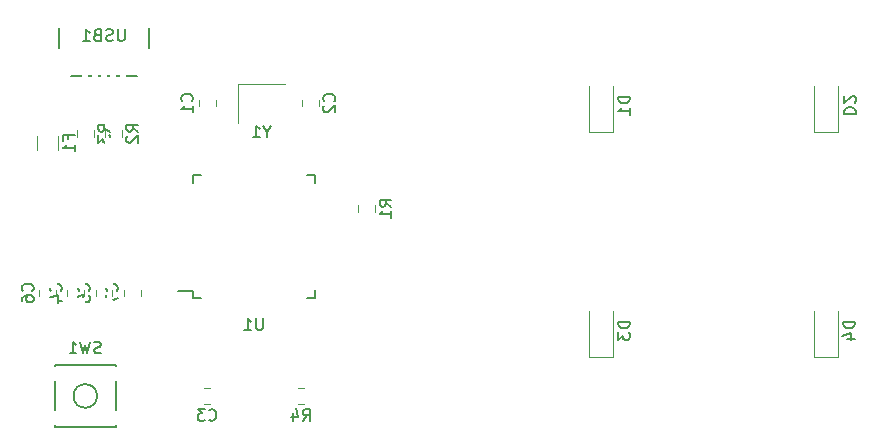
<source format=gbo>
G04 #@! TF.GenerationSoftware,KiCad,Pcbnew,(5.1.4)-1*
G04 #@! TF.CreationDate,2020-09-25T18:06:27-04:00*
G04 #@! TF.ProjectId,2x2 micro pad,32783220-6d69-4637-926f-207061642e6b,rev?*
G04 #@! TF.SameCoordinates,Original*
G04 #@! TF.FileFunction,Legend,Bot*
G04 #@! TF.FilePolarity,Positive*
%FSLAX46Y46*%
G04 Gerber Fmt 4.6, Leading zero omitted, Abs format (unit mm)*
G04 Created by KiCad (PCBNEW (5.1.4)-1) date 2020-09-25 18:06:27*
%MOMM*%
%LPD*%
G04 APERTURE LIST*
%ADD10C,0.120000*%
%ADD11C,0.150000*%
%ADD12C,2.352000*%
%ADD13C,2.352000*%
%ADD14C,4.089800*%
%ADD15C,1.852000*%
%ADD16R,1.502000X1.302000*%
%ADD17O,1.802000X2.802000*%
%ADD18R,0.602000X2.352000*%
%ADD19R,1.602000X0.652000*%
%ADD20R,0.652000X1.602000*%
%ADD21R,1.902000X1.202000*%
%ADD22C,0.100000*%
%ADD23C,1.077000*%
%ADD24C,1.352000*%
%ADD25R,1.302000X1.002000*%
G04 APERTURE END LIST*
D10*
X185153550Y-63253350D02*
X189153550Y-63253350D01*
X185153550Y-66553350D02*
X185153550Y-63253350D01*
D11*
X169981250Y-57150000D02*
X169981250Y-62600000D01*
X177681250Y-57150000D02*
X177681250Y-62600000D01*
X169981250Y-62600000D02*
X177681250Y-62600000D01*
X181356250Y-81375000D02*
X181356250Y-80800000D01*
X191706250Y-81375000D02*
X191706250Y-80700000D01*
X191706250Y-71025000D02*
X191706250Y-71700000D01*
X181356250Y-71025000D02*
X181356250Y-71700000D01*
X181356250Y-81375000D02*
X182031250Y-81375000D01*
X181356250Y-71025000D02*
X182031250Y-71025000D01*
X191706250Y-71025000D02*
X191031250Y-71025000D01*
X191706250Y-81375000D02*
X191031250Y-81375000D01*
X181356250Y-80800000D02*
X180081250Y-80800000D01*
X169643750Y-92293750D02*
X174843750Y-92293750D01*
X174843750Y-92293750D02*
X174843750Y-87093750D01*
X174843750Y-87093750D02*
X169643750Y-87093750D01*
X169643750Y-87093750D02*
X169643750Y-92293750D01*
X173243750Y-89693750D02*
G75*
G03X173243750Y-89693750I-1000000J0D01*
G01*
D10*
X190241422Y-88983750D02*
X190758578Y-88983750D01*
X190241422Y-90403750D02*
X190758578Y-90403750D01*
X171533750Y-67727328D02*
X171533750Y-67210172D01*
X172953750Y-67727328D02*
X172953750Y-67210172D01*
X173915000Y-67727328D02*
X173915000Y-67210172D01*
X175335000Y-67727328D02*
X175335000Y-67210172D01*
X195346250Y-74077328D02*
X195346250Y-73560172D01*
X196766250Y-74077328D02*
X196766250Y-73560172D01*
X168158750Y-68864564D02*
X168158750Y-67660436D01*
X169978750Y-68864564D02*
X169978750Y-67660436D01*
X235950000Y-86387500D02*
X235950000Y-82487500D01*
X233950000Y-86387500D02*
X233950000Y-82487500D01*
X235950000Y-86387500D02*
X233950000Y-86387500D01*
X216900000Y-86387500D02*
X216900000Y-82487500D01*
X214900000Y-86387500D02*
X214900000Y-82487500D01*
X216900000Y-86387500D02*
X214900000Y-86387500D01*
X235950000Y-67337500D02*
X235950000Y-63437500D01*
X233950000Y-67337500D02*
X233950000Y-63437500D01*
X235950000Y-67337500D02*
X233950000Y-67337500D01*
X216900000Y-67337500D02*
X216900000Y-63437500D01*
X214900000Y-67337500D02*
X214900000Y-63437500D01*
X216900000Y-67337500D02*
X214900000Y-67337500D01*
X176922500Y-80703922D02*
X176922500Y-81221078D01*
X175502500Y-80703922D02*
X175502500Y-81221078D01*
X169778750Y-80703922D02*
X169778750Y-81221078D01*
X168358750Y-80703922D02*
X168358750Y-81221078D01*
X174541250Y-80703922D02*
X174541250Y-81221078D01*
X173121250Y-80703922D02*
X173121250Y-81221078D01*
X172160000Y-80703922D02*
X172160000Y-81221078D01*
X170740000Y-80703922D02*
X170740000Y-81221078D01*
X182303922Y-88983750D02*
X182821078Y-88983750D01*
X182303922Y-90403750D02*
X182821078Y-90403750D01*
X190583750Y-65161928D02*
X190583750Y-64644772D01*
X192003750Y-65161928D02*
X192003750Y-64644772D01*
X183272500Y-64644772D02*
X183272500Y-65161928D01*
X181852500Y-64644772D02*
X181852500Y-65161928D01*
D11*
X187629740Y-67329540D02*
X187629740Y-67805730D01*
X187963073Y-66805730D02*
X187629740Y-67329540D01*
X187296407Y-66805730D01*
X186439264Y-67805730D02*
X187010692Y-67805730D01*
X186724978Y-67805730D02*
X186724978Y-66805730D01*
X186820216Y-66948588D01*
X186915454Y-67043826D01*
X187010692Y-67091445D01*
X175569345Y-58634380D02*
X175569345Y-59443904D01*
X175521726Y-59539142D01*
X175474107Y-59586761D01*
X175378869Y-59634380D01*
X175188392Y-59634380D01*
X175093154Y-59586761D01*
X175045535Y-59539142D01*
X174997916Y-59443904D01*
X174997916Y-58634380D01*
X174569345Y-59586761D02*
X174426488Y-59634380D01*
X174188392Y-59634380D01*
X174093154Y-59586761D01*
X174045535Y-59539142D01*
X173997916Y-59443904D01*
X173997916Y-59348666D01*
X174045535Y-59253428D01*
X174093154Y-59205809D01*
X174188392Y-59158190D01*
X174378869Y-59110571D01*
X174474107Y-59062952D01*
X174521726Y-59015333D01*
X174569345Y-58920095D01*
X174569345Y-58824857D01*
X174521726Y-58729619D01*
X174474107Y-58682000D01*
X174378869Y-58634380D01*
X174140773Y-58634380D01*
X173997916Y-58682000D01*
X173236011Y-59110571D02*
X173093154Y-59158190D01*
X173045535Y-59205809D01*
X172997916Y-59301047D01*
X172997916Y-59443904D01*
X173045535Y-59539142D01*
X173093154Y-59586761D01*
X173188392Y-59634380D01*
X173569345Y-59634380D01*
X173569345Y-58634380D01*
X173236011Y-58634380D01*
X173140773Y-58682000D01*
X173093154Y-58729619D01*
X173045535Y-58824857D01*
X173045535Y-58920095D01*
X173093154Y-59015333D01*
X173140773Y-59062952D01*
X173236011Y-59110571D01*
X173569345Y-59110571D01*
X172045535Y-59634380D02*
X172616964Y-59634380D01*
X172331250Y-59634380D02*
X172331250Y-58634380D01*
X172426488Y-58777238D01*
X172521726Y-58872476D01*
X172616964Y-58920095D01*
X187293154Y-83102380D02*
X187293154Y-83911904D01*
X187245535Y-84007142D01*
X187197916Y-84054761D01*
X187102678Y-84102380D01*
X186912202Y-84102380D01*
X186816964Y-84054761D01*
X186769345Y-84007142D01*
X186721726Y-83911904D01*
X186721726Y-83102380D01*
X185721726Y-84102380D02*
X186293154Y-84102380D01*
X186007440Y-84102380D02*
X186007440Y-83102380D01*
X186102678Y-83245238D01*
X186197916Y-83340476D01*
X186293154Y-83388095D01*
X173577083Y-86034511D02*
X173434226Y-86082130D01*
X173196130Y-86082130D01*
X173100892Y-86034511D01*
X173053273Y-85986892D01*
X173005654Y-85891654D01*
X173005654Y-85796416D01*
X173053273Y-85701178D01*
X173100892Y-85653559D01*
X173196130Y-85605940D01*
X173386607Y-85558321D01*
X173481845Y-85510702D01*
X173529464Y-85463083D01*
X173577083Y-85367845D01*
X173577083Y-85272607D01*
X173529464Y-85177369D01*
X173481845Y-85129750D01*
X173386607Y-85082130D01*
X173148511Y-85082130D01*
X173005654Y-85129750D01*
X172672321Y-85082130D02*
X172434226Y-86082130D01*
X172243750Y-85367845D01*
X172053273Y-86082130D01*
X171815178Y-85082130D01*
X170910416Y-86082130D02*
X171481845Y-86082130D01*
X171196130Y-86082130D02*
X171196130Y-85082130D01*
X171291369Y-85224988D01*
X171386607Y-85320226D01*
X171481845Y-85367845D01*
X190666666Y-91796130D02*
X191000000Y-91319940D01*
X191238095Y-91796130D02*
X191238095Y-90796130D01*
X190857142Y-90796130D01*
X190761904Y-90843750D01*
X190714285Y-90891369D01*
X190666666Y-90986607D01*
X190666666Y-91129464D01*
X190714285Y-91224702D01*
X190761904Y-91272321D01*
X190857142Y-91319940D01*
X191238095Y-91319940D01*
X189809523Y-91129464D02*
X189809523Y-91796130D01*
X190047619Y-90748511D02*
X190285714Y-91462797D01*
X189666666Y-91462797D01*
X174346130Y-67302083D02*
X173869940Y-66968750D01*
X174346130Y-66730654D02*
X173346130Y-66730654D01*
X173346130Y-67111607D01*
X173393750Y-67206845D01*
X173441369Y-67254464D01*
X173536607Y-67302083D01*
X173679464Y-67302083D01*
X173774702Y-67254464D01*
X173822321Y-67206845D01*
X173869940Y-67111607D01*
X173869940Y-66730654D01*
X173346130Y-67635416D02*
X173346130Y-68254464D01*
X173727083Y-67921130D01*
X173727083Y-68063988D01*
X173774702Y-68159226D01*
X173822321Y-68206845D01*
X173917559Y-68254464D01*
X174155654Y-68254464D01*
X174250892Y-68206845D01*
X174298511Y-68159226D01*
X174346130Y-68063988D01*
X174346130Y-67778273D01*
X174298511Y-67683035D01*
X174250892Y-67635416D01*
X176727380Y-67302083D02*
X176251190Y-66968750D01*
X176727380Y-66730654D02*
X175727380Y-66730654D01*
X175727380Y-67111607D01*
X175775000Y-67206845D01*
X175822619Y-67254464D01*
X175917857Y-67302083D01*
X176060714Y-67302083D01*
X176155952Y-67254464D01*
X176203571Y-67206845D01*
X176251190Y-67111607D01*
X176251190Y-66730654D01*
X175822619Y-67683035D02*
X175775000Y-67730654D01*
X175727380Y-67825892D01*
X175727380Y-68063988D01*
X175775000Y-68159226D01*
X175822619Y-68206845D01*
X175917857Y-68254464D01*
X176013095Y-68254464D01*
X176155952Y-68206845D01*
X176727380Y-67635416D01*
X176727380Y-68254464D01*
X198158630Y-73652083D02*
X197682440Y-73318750D01*
X198158630Y-73080654D02*
X197158630Y-73080654D01*
X197158630Y-73461607D01*
X197206250Y-73556845D01*
X197253869Y-73604464D01*
X197349107Y-73652083D01*
X197491964Y-73652083D01*
X197587202Y-73604464D01*
X197634821Y-73556845D01*
X197682440Y-73461607D01*
X197682440Y-73080654D01*
X198158630Y-74604464D02*
X198158630Y-74033035D01*
X198158630Y-74318750D02*
X197158630Y-74318750D01*
X197301488Y-74223511D01*
X197396726Y-74128273D01*
X197444345Y-74033035D01*
X170817321Y-67929166D02*
X170817321Y-67595833D01*
X171341130Y-67595833D02*
X170341130Y-67595833D01*
X170341130Y-68072023D01*
X171341130Y-68976785D02*
X171341130Y-68405357D01*
X171341130Y-68691071D02*
X170341130Y-68691071D01*
X170483988Y-68595833D01*
X170579226Y-68500595D01*
X170626845Y-68405357D01*
X237402380Y-83399404D02*
X236402380Y-83399404D01*
X236402380Y-83637500D01*
X236450000Y-83780357D01*
X236545238Y-83875595D01*
X236640476Y-83923214D01*
X236830952Y-83970833D01*
X236973809Y-83970833D01*
X237164285Y-83923214D01*
X237259523Y-83875595D01*
X237354761Y-83780357D01*
X237402380Y-83637500D01*
X237402380Y-83399404D01*
X236735714Y-84827976D02*
X237402380Y-84827976D01*
X236354761Y-84589880D02*
X237069047Y-84351785D01*
X237069047Y-84970833D01*
X218352380Y-83399404D02*
X217352380Y-83399404D01*
X217352380Y-83637500D01*
X217400000Y-83780357D01*
X217495238Y-83875595D01*
X217590476Y-83923214D01*
X217780952Y-83970833D01*
X217923809Y-83970833D01*
X218114285Y-83923214D01*
X218209523Y-83875595D01*
X218304761Y-83780357D01*
X218352380Y-83637500D01*
X218352380Y-83399404D01*
X217352380Y-84304166D02*
X217352380Y-84923214D01*
X217733333Y-84589880D01*
X217733333Y-84732738D01*
X217780952Y-84827976D01*
X217828571Y-84875595D01*
X217923809Y-84923214D01*
X218161904Y-84923214D01*
X218257142Y-84875595D01*
X218304761Y-84827976D01*
X218352380Y-84732738D01*
X218352380Y-84447023D01*
X218304761Y-84351785D01*
X218257142Y-84304166D01*
X236497619Y-65825595D02*
X237497619Y-65825595D01*
X237497619Y-65587500D01*
X237450000Y-65444642D01*
X237354761Y-65349404D01*
X237259523Y-65301785D01*
X237069047Y-65254166D01*
X236926190Y-65254166D01*
X236735714Y-65301785D01*
X236640476Y-65349404D01*
X236545238Y-65444642D01*
X236497619Y-65587500D01*
X236497619Y-65825595D01*
X237402380Y-64873214D02*
X237450000Y-64825595D01*
X237497619Y-64730357D01*
X237497619Y-64492261D01*
X237450000Y-64397023D01*
X237402380Y-64349404D01*
X237307142Y-64301785D01*
X237211904Y-64301785D01*
X237069047Y-64349404D01*
X236497619Y-64920833D01*
X236497619Y-64301785D01*
X218352380Y-64349404D02*
X217352380Y-64349404D01*
X217352380Y-64587500D01*
X217400000Y-64730357D01*
X217495238Y-64825595D01*
X217590476Y-64873214D01*
X217780952Y-64920833D01*
X217923809Y-64920833D01*
X218114285Y-64873214D01*
X218209523Y-64825595D01*
X218304761Y-64730357D01*
X218352380Y-64587500D01*
X218352380Y-64349404D01*
X218352380Y-65873214D02*
X218352380Y-65301785D01*
X218352380Y-65587500D02*
X217352380Y-65587500D01*
X217495238Y-65492261D01*
X217590476Y-65397023D01*
X217638095Y-65301785D01*
X174919642Y-80795833D02*
X174967261Y-80748214D01*
X175014880Y-80605357D01*
X175014880Y-80510119D01*
X174967261Y-80367261D01*
X174872023Y-80272023D01*
X174776785Y-80224404D01*
X174586309Y-80176785D01*
X174443452Y-80176785D01*
X174252976Y-80224404D01*
X174157738Y-80272023D01*
X174062500Y-80367261D01*
X174014880Y-80510119D01*
X174014880Y-80605357D01*
X174062500Y-80748214D01*
X174110119Y-80795833D01*
X174014880Y-81129166D02*
X174014880Y-81795833D01*
X175014880Y-81367261D01*
X167775892Y-80795833D02*
X167823511Y-80748214D01*
X167871130Y-80605357D01*
X167871130Y-80510119D01*
X167823511Y-80367261D01*
X167728273Y-80272023D01*
X167633035Y-80224404D01*
X167442559Y-80176785D01*
X167299702Y-80176785D01*
X167109226Y-80224404D01*
X167013988Y-80272023D01*
X166918750Y-80367261D01*
X166871130Y-80510119D01*
X166871130Y-80605357D01*
X166918750Y-80748214D01*
X166966369Y-80795833D01*
X166871130Y-81652976D02*
X166871130Y-81462500D01*
X166918750Y-81367261D01*
X166966369Y-81319642D01*
X167109226Y-81224404D01*
X167299702Y-81176785D01*
X167680654Y-81176785D01*
X167775892Y-81224404D01*
X167823511Y-81272023D01*
X167871130Y-81367261D01*
X167871130Y-81557738D01*
X167823511Y-81652976D01*
X167775892Y-81700595D01*
X167680654Y-81748214D01*
X167442559Y-81748214D01*
X167347321Y-81700595D01*
X167299702Y-81652976D01*
X167252083Y-81557738D01*
X167252083Y-81367261D01*
X167299702Y-81272023D01*
X167347321Y-81224404D01*
X167442559Y-81176785D01*
X172538392Y-80795833D02*
X172586011Y-80748214D01*
X172633630Y-80605357D01*
X172633630Y-80510119D01*
X172586011Y-80367261D01*
X172490773Y-80272023D01*
X172395535Y-80224404D01*
X172205059Y-80176785D01*
X172062202Y-80176785D01*
X171871726Y-80224404D01*
X171776488Y-80272023D01*
X171681250Y-80367261D01*
X171633630Y-80510119D01*
X171633630Y-80605357D01*
X171681250Y-80748214D01*
X171728869Y-80795833D01*
X171633630Y-81700595D02*
X171633630Y-81224404D01*
X172109821Y-81176785D01*
X172062202Y-81224404D01*
X172014583Y-81319642D01*
X172014583Y-81557738D01*
X172062202Y-81652976D01*
X172109821Y-81700595D01*
X172205059Y-81748214D01*
X172443154Y-81748214D01*
X172538392Y-81700595D01*
X172586011Y-81652976D01*
X172633630Y-81557738D01*
X172633630Y-81319642D01*
X172586011Y-81224404D01*
X172538392Y-81176785D01*
X170157142Y-80795833D02*
X170204761Y-80748214D01*
X170252380Y-80605357D01*
X170252380Y-80510119D01*
X170204761Y-80367261D01*
X170109523Y-80272023D01*
X170014285Y-80224404D01*
X169823809Y-80176785D01*
X169680952Y-80176785D01*
X169490476Y-80224404D01*
X169395238Y-80272023D01*
X169300000Y-80367261D01*
X169252380Y-80510119D01*
X169252380Y-80605357D01*
X169300000Y-80748214D01*
X169347619Y-80795833D01*
X169585714Y-81652976D02*
X170252380Y-81652976D01*
X169204761Y-81414880D02*
X169919047Y-81176785D01*
X169919047Y-81795833D01*
X182729166Y-91700892D02*
X182776785Y-91748511D01*
X182919642Y-91796130D01*
X183014880Y-91796130D01*
X183157738Y-91748511D01*
X183252976Y-91653273D01*
X183300595Y-91558035D01*
X183348214Y-91367559D01*
X183348214Y-91224702D01*
X183300595Y-91034226D01*
X183252976Y-90938988D01*
X183157738Y-90843750D01*
X183014880Y-90796130D01*
X182919642Y-90796130D01*
X182776785Y-90843750D01*
X182729166Y-90891369D01*
X182395833Y-90796130D02*
X181776785Y-90796130D01*
X182110119Y-91177083D01*
X181967261Y-91177083D01*
X181872023Y-91224702D01*
X181824404Y-91272321D01*
X181776785Y-91367559D01*
X181776785Y-91605654D01*
X181824404Y-91700892D01*
X181872023Y-91748511D01*
X181967261Y-91796130D01*
X182252976Y-91796130D01*
X182348214Y-91748511D01*
X182395833Y-91700892D01*
X193300892Y-64736683D02*
X193348511Y-64689064D01*
X193396130Y-64546207D01*
X193396130Y-64450969D01*
X193348511Y-64308111D01*
X193253273Y-64212873D01*
X193158035Y-64165254D01*
X192967559Y-64117635D01*
X192824702Y-64117635D01*
X192634226Y-64165254D01*
X192538988Y-64212873D01*
X192443750Y-64308111D01*
X192396130Y-64450969D01*
X192396130Y-64546207D01*
X192443750Y-64689064D01*
X192491369Y-64736683D01*
X192491369Y-65117635D02*
X192443750Y-65165254D01*
X192396130Y-65260492D01*
X192396130Y-65498588D01*
X192443750Y-65593826D01*
X192491369Y-65641445D01*
X192586607Y-65689064D01*
X192681845Y-65689064D01*
X192824702Y-65641445D01*
X193396130Y-65070016D01*
X193396130Y-65689064D01*
X181269642Y-64736683D02*
X181317261Y-64689064D01*
X181364880Y-64546207D01*
X181364880Y-64450969D01*
X181317261Y-64308111D01*
X181222023Y-64212873D01*
X181126785Y-64165254D01*
X180936309Y-64117635D01*
X180793452Y-64117635D01*
X180602976Y-64165254D01*
X180507738Y-64212873D01*
X180412500Y-64308111D01*
X180364880Y-64450969D01*
X180364880Y-64546207D01*
X180412500Y-64689064D01*
X180460119Y-64736683D01*
X181364880Y-65689064D02*
X181364880Y-65117635D01*
X181364880Y-65403350D02*
X180364880Y-65403350D01*
X180507738Y-65308111D01*
X180602976Y-65212873D01*
X180650595Y-65117635D01*
%LPC*%
D12*
X229532500Y-79347500D03*
D13*
X229512500Y-79637500D02*
X229552500Y-79057500D01*
D12*
X229552500Y-79057500D03*
X223857501Y-80867500D03*
D13*
X223202500Y-81597500D02*
X224512502Y-80137500D01*
D14*
X227012500Y-84137500D03*
D12*
X224512500Y-80137500D03*
D15*
X221932500Y-84137500D03*
X232092500Y-84137500D03*
D16*
X186053550Y-65753350D03*
X188253550Y-65753350D03*
X188253550Y-64053350D03*
X186053550Y-64053350D03*
D17*
X170181250Y-57150000D03*
X177481250Y-57150000D03*
X177481250Y-61650000D03*
X170181250Y-61650000D03*
D18*
X172231250Y-61650000D03*
X173031250Y-61650000D03*
X173831250Y-61650000D03*
X174631250Y-61650000D03*
X175431250Y-61650000D03*
D19*
X180831250Y-80200000D03*
X180831250Y-79400000D03*
X180831250Y-78600000D03*
X180831250Y-77800000D03*
X180831250Y-77000000D03*
X180831250Y-76200000D03*
X180831250Y-75400000D03*
X180831250Y-74600000D03*
X180831250Y-73800000D03*
X180831250Y-73000000D03*
X180831250Y-72200000D03*
D20*
X182531250Y-70500000D03*
X183331250Y-70500000D03*
X184131250Y-70500000D03*
X184931250Y-70500000D03*
X185731250Y-70500000D03*
X186531250Y-70500000D03*
X187331250Y-70500000D03*
X188131250Y-70500000D03*
X188931250Y-70500000D03*
X189731250Y-70500000D03*
X190531250Y-70500000D03*
D19*
X192231250Y-72200000D03*
X192231250Y-73000000D03*
X192231250Y-73800000D03*
X192231250Y-74600000D03*
X192231250Y-75400000D03*
X192231250Y-76200000D03*
X192231250Y-77000000D03*
X192231250Y-77800000D03*
X192231250Y-78600000D03*
X192231250Y-79400000D03*
X192231250Y-80200000D03*
D20*
X190531250Y-81900000D03*
X189731250Y-81900000D03*
X188931250Y-81900000D03*
X188131250Y-81900000D03*
X187331250Y-81900000D03*
X186531250Y-81900000D03*
X185731250Y-81900000D03*
X184931250Y-81900000D03*
X184131250Y-81900000D03*
X183331250Y-81900000D03*
X182531250Y-81900000D03*
D21*
X169143750Y-87843750D03*
X175343750Y-91543750D03*
X169143750Y-91543750D03*
X175343750Y-87843750D03*
D22*
G36*
X191733141Y-88944047D02*
G01*
X191759278Y-88947924D01*
X191784909Y-88954344D01*
X191809788Y-88963245D01*
X191833674Y-88974543D01*
X191856337Y-88988127D01*
X191877560Y-89003867D01*
X191897139Y-89021611D01*
X191914883Y-89041190D01*
X191930623Y-89062413D01*
X191944207Y-89085076D01*
X191955505Y-89108962D01*
X191964406Y-89133841D01*
X191970826Y-89159472D01*
X191974703Y-89185609D01*
X191976000Y-89212000D01*
X191976000Y-90175500D01*
X191974703Y-90201891D01*
X191970826Y-90228028D01*
X191964406Y-90253659D01*
X191955505Y-90278538D01*
X191944207Y-90302424D01*
X191930623Y-90325087D01*
X191914883Y-90346310D01*
X191897139Y-90365889D01*
X191877560Y-90383633D01*
X191856337Y-90399373D01*
X191833674Y-90412957D01*
X191809788Y-90424255D01*
X191784909Y-90433156D01*
X191759278Y-90439576D01*
X191733141Y-90443453D01*
X191706750Y-90444750D01*
X191168250Y-90444750D01*
X191141859Y-90443453D01*
X191115722Y-90439576D01*
X191090091Y-90433156D01*
X191065212Y-90424255D01*
X191041326Y-90412957D01*
X191018663Y-90399373D01*
X190997440Y-90383633D01*
X190977861Y-90365889D01*
X190960117Y-90346310D01*
X190944377Y-90325087D01*
X190930793Y-90302424D01*
X190919495Y-90278538D01*
X190910594Y-90253659D01*
X190904174Y-90228028D01*
X190900297Y-90201891D01*
X190899000Y-90175500D01*
X190899000Y-89212000D01*
X190900297Y-89185609D01*
X190904174Y-89159472D01*
X190910594Y-89133841D01*
X190919495Y-89108962D01*
X190930793Y-89085076D01*
X190944377Y-89062413D01*
X190960117Y-89041190D01*
X190977861Y-89021611D01*
X190997440Y-89003867D01*
X191018663Y-88988127D01*
X191041326Y-88974543D01*
X191065212Y-88963245D01*
X191090091Y-88954344D01*
X191115722Y-88947924D01*
X191141859Y-88944047D01*
X191168250Y-88942750D01*
X191706750Y-88942750D01*
X191733141Y-88944047D01*
X191733141Y-88944047D01*
G37*
D23*
X191437500Y-89693750D03*
D22*
G36*
X189858141Y-88944047D02*
G01*
X189884278Y-88947924D01*
X189909909Y-88954344D01*
X189934788Y-88963245D01*
X189958674Y-88974543D01*
X189981337Y-88988127D01*
X190002560Y-89003867D01*
X190022139Y-89021611D01*
X190039883Y-89041190D01*
X190055623Y-89062413D01*
X190069207Y-89085076D01*
X190080505Y-89108962D01*
X190089406Y-89133841D01*
X190095826Y-89159472D01*
X190099703Y-89185609D01*
X190101000Y-89212000D01*
X190101000Y-90175500D01*
X190099703Y-90201891D01*
X190095826Y-90228028D01*
X190089406Y-90253659D01*
X190080505Y-90278538D01*
X190069207Y-90302424D01*
X190055623Y-90325087D01*
X190039883Y-90346310D01*
X190022139Y-90365889D01*
X190002560Y-90383633D01*
X189981337Y-90399373D01*
X189958674Y-90412957D01*
X189934788Y-90424255D01*
X189909909Y-90433156D01*
X189884278Y-90439576D01*
X189858141Y-90443453D01*
X189831750Y-90444750D01*
X189293250Y-90444750D01*
X189266859Y-90443453D01*
X189240722Y-90439576D01*
X189215091Y-90433156D01*
X189190212Y-90424255D01*
X189166326Y-90412957D01*
X189143663Y-90399373D01*
X189122440Y-90383633D01*
X189102861Y-90365889D01*
X189085117Y-90346310D01*
X189069377Y-90325087D01*
X189055793Y-90302424D01*
X189044495Y-90278538D01*
X189035594Y-90253659D01*
X189029174Y-90228028D01*
X189025297Y-90201891D01*
X189024000Y-90175500D01*
X189024000Y-89212000D01*
X189025297Y-89185609D01*
X189029174Y-89159472D01*
X189035594Y-89133841D01*
X189044495Y-89108962D01*
X189055793Y-89085076D01*
X189069377Y-89062413D01*
X189085117Y-89041190D01*
X189102861Y-89021611D01*
X189122440Y-89003867D01*
X189143663Y-88988127D01*
X189166326Y-88974543D01*
X189190212Y-88963245D01*
X189215091Y-88954344D01*
X189240722Y-88947924D01*
X189266859Y-88944047D01*
X189293250Y-88942750D01*
X189831750Y-88942750D01*
X189858141Y-88944047D01*
X189858141Y-88944047D01*
G37*
D23*
X189562500Y-89693750D03*
D22*
G36*
X172751891Y-65994047D02*
G01*
X172778028Y-65997924D01*
X172803659Y-66004344D01*
X172828538Y-66013245D01*
X172852424Y-66024543D01*
X172875087Y-66038127D01*
X172896310Y-66053867D01*
X172915889Y-66071611D01*
X172933633Y-66091190D01*
X172949373Y-66112413D01*
X172962957Y-66135076D01*
X172974255Y-66158962D01*
X172983156Y-66183841D01*
X172989576Y-66209472D01*
X172993453Y-66235609D01*
X172994750Y-66262000D01*
X172994750Y-66800500D01*
X172993453Y-66826891D01*
X172989576Y-66853028D01*
X172983156Y-66878659D01*
X172974255Y-66903538D01*
X172962957Y-66927424D01*
X172949373Y-66950087D01*
X172933633Y-66971310D01*
X172915889Y-66990889D01*
X172896310Y-67008633D01*
X172875087Y-67024373D01*
X172852424Y-67037957D01*
X172828538Y-67049255D01*
X172803659Y-67058156D01*
X172778028Y-67064576D01*
X172751891Y-67068453D01*
X172725500Y-67069750D01*
X171762000Y-67069750D01*
X171735609Y-67068453D01*
X171709472Y-67064576D01*
X171683841Y-67058156D01*
X171658962Y-67049255D01*
X171635076Y-67037957D01*
X171612413Y-67024373D01*
X171591190Y-67008633D01*
X171571611Y-66990889D01*
X171553867Y-66971310D01*
X171538127Y-66950087D01*
X171524543Y-66927424D01*
X171513245Y-66903538D01*
X171504344Y-66878659D01*
X171497924Y-66853028D01*
X171494047Y-66826891D01*
X171492750Y-66800500D01*
X171492750Y-66262000D01*
X171494047Y-66235609D01*
X171497924Y-66209472D01*
X171504344Y-66183841D01*
X171513245Y-66158962D01*
X171524543Y-66135076D01*
X171538127Y-66112413D01*
X171553867Y-66091190D01*
X171571611Y-66071611D01*
X171591190Y-66053867D01*
X171612413Y-66038127D01*
X171635076Y-66024543D01*
X171658962Y-66013245D01*
X171683841Y-66004344D01*
X171709472Y-65997924D01*
X171735609Y-65994047D01*
X171762000Y-65992750D01*
X172725500Y-65992750D01*
X172751891Y-65994047D01*
X172751891Y-65994047D01*
G37*
D23*
X172243750Y-66531250D03*
D22*
G36*
X172751891Y-67869047D02*
G01*
X172778028Y-67872924D01*
X172803659Y-67879344D01*
X172828538Y-67888245D01*
X172852424Y-67899543D01*
X172875087Y-67913127D01*
X172896310Y-67928867D01*
X172915889Y-67946611D01*
X172933633Y-67966190D01*
X172949373Y-67987413D01*
X172962957Y-68010076D01*
X172974255Y-68033962D01*
X172983156Y-68058841D01*
X172989576Y-68084472D01*
X172993453Y-68110609D01*
X172994750Y-68137000D01*
X172994750Y-68675500D01*
X172993453Y-68701891D01*
X172989576Y-68728028D01*
X172983156Y-68753659D01*
X172974255Y-68778538D01*
X172962957Y-68802424D01*
X172949373Y-68825087D01*
X172933633Y-68846310D01*
X172915889Y-68865889D01*
X172896310Y-68883633D01*
X172875087Y-68899373D01*
X172852424Y-68912957D01*
X172828538Y-68924255D01*
X172803659Y-68933156D01*
X172778028Y-68939576D01*
X172751891Y-68943453D01*
X172725500Y-68944750D01*
X171762000Y-68944750D01*
X171735609Y-68943453D01*
X171709472Y-68939576D01*
X171683841Y-68933156D01*
X171658962Y-68924255D01*
X171635076Y-68912957D01*
X171612413Y-68899373D01*
X171591190Y-68883633D01*
X171571611Y-68865889D01*
X171553867Y-68846310D01*
X171538127Y-68825087D01*
X171524543Y-68802424D01*
X171513245Y-68778538D01*
X171504344Y-68753659D01*
X171497924Y-68728028D01*
X171494047Y-68701891D01*
X171492750Y-68675500D01*
X171492750Y-68137000D01*
X171494047Y-68110609D01*
X171497924Y-68084472D01*
X171504344Y-68058841D01*
X171513245Y-68033962D01*
X171524543Y-68010076D01*
X171538127Y-67987413D01*
X171553867Y-67966190D01*
X171571611Y-67946611D01*
X171591190Y-67928867D01*
X171612413Y-67913127D01*
X171635076Y-67899543D01*
X171658962Y-67888245D01*
X171683841Y-67879344D01*
X171709472Y-67872924D01*
X171735609Y-67869047D01*
X171762000Y-67867750D01*
X172725500Y-67867750D01*
X172751891Y-67869047D01*
X172751891Y-67869047D01*
G37*
D23*
X172243750Y-68406250D03*
D22*
G36*
X175133141Y-65994047D02*
G01*
X175159278Y-65997924D01*
X175184909Y-66004344D01*
X175209788Y-66013245D01*
X175233674Y-66024543D01*
X175256337Y-66038127D01*
X175277560Y-66053867D01*
X175297139Y-66071611D01*
X175314883Y-66091190D01*
X175330623Y-66112413D01*
X175344207Y-66135076D01*
X175355505Y-66158962D01*
X175364406Y-66183841D01*
X175370826Y-66209472D01*
X175374703Y-66235609D01*
X175376000Y-66262000D01*
X175376000Y-66800500D01*
X175374703Y-66826891D01*
X175370826Y-66853028D01*
X175364406Y-66878659D01*
X175355505Y-66903538D01*
X175344207Y-66927424D01*
X175330623Y-66950087D01*
X175314883Y-66971310D01*
X175297139Y-66990889D01*
X175277560Y-67008633D01*
X175256337Y-67024373D01*
X175233674Y-67037957D01*
X175209788Y-67049255D01*
X175184909Y-67058156D01*
X175159278Y-67064576D01*
X175133141Y-67068453D01*
X175106750Y-67069750D01*
X174143250Y-67069750D01*
X174116859Y-67068453D01*
X174090722Y-67064576D01*
X174065091Y-67058156D01*
X174040212Y-67049255D01*
X174016326Y-67037957D01*
X173993663Y-67024373D01*
X173972440Y-67008633D01*
X173952861Y-66990889D01*
X173935117Y-66971310D01*
X173919377Y-66950087D01*
X173905793Y-66927424D01*
X173894495Y-66903538D01*
X173885594Y-66878659D01*
X173879174Y-66853028D01*
X173875297Y-66826891D01*
X173874000Y-66800500D01*
X173874000Y-66262000D01*
X173875297Y-66235609D01*
X173879174Y-66209472D01*
X173885594Y-66183841D01*
X173894495Y-66158962D01*
X173905793Y-66135076D01*
X173919377Y-66112413D01*
X173935117Y-66091190D01*
X173952861Y-66071611D01*
X173972440Y-66053867D01*
X173993663Y-66038127D01*
X174016326Y-66024543D01*
X174040212Y-66013245D01*
X174065091Y-66004344D01*
X174090722Y-65997924D01*
X174116859Y-65994047D01*
X174143250Y-65992750D01*
X175106750Y-65992750D01*
X175133141Y-65994047D01*
X175133141Y-65994047D01*
G37*
D23*
X174625000Y-66531250D03*
D22*
G36*
X175133141Y-67869047D02*
G01*
X175159278Y-67872924D01*
X175184909Y-67879344D01*
X175209788Y-67888245D01*
X175233674Y-67899543D01*
X175256337Y-67913127D01*
X175277560Y-67928867D01*
X175297139Y-67946611D01*
X175314883Y-67966190D01*
X175330623Y-67987413D01*
X175344207Y-68010076D01*
X175355505Y-68033962D01*
X175364406Y-68058841D01*
X175370826Y-68084472D01*
X175374703Y-68110609D01*
X175376000Y-68137000D01*
X175376000Y-68675500D01*
X175374703Y-68701891D01*
X175370826Y-68728028D01*
X175364406Y-68753659D01*
X175355505Y-68778538D01*
X175344207Y-68802424D01*
X175330623Y-68825087D01*
X175314883Y-68846310D01*
X175297139Y-68865889D01*
X175277560Y-68883633D01*
X175256337Y-68899373D01*
X175233674Y-68912957D01*
X175209788Y-68924255D01*
X175184909Y-68933156D01*
X175159278Y-68939576D01*
X175133141Y-68943453D01*
X175106750Y-68944750D01*
X174143250Y-68944750D01*
X174116859Y-68943453D01*
X174090722Y-68939576D01*
X174065091Y-68933156D01*
X174040212Y-68924255D01*
X174016326Y-68912957D01*
X173993663Y-68899373D01*
X173972440Y-68883633D01*
X173952861Y-68865889D01*
X173935117Y-68846310D01*
X173919377Y-68825087D01*
X173905793Y-68802424D01*
X173894495Y-68778538D01*
X173885594Y-68753659D01*
X173879174Y-68728028D01*
X173875297Y-68701891D01*
X173874000Y-68675500D01*
X173874000Y-68137000D01*
X173875297Y-68110609D01*
X173879174Y-68084472D01*
X173885594Y-68058841D01*
X173894495Y-68033962D01*
X173905793Y-68010076D01*
X173919377Y-67987413D01*
X173935117Y-67966190D01*
X173952861Y-67946611D01*
X173972440Y-67928867D01*
X173993663Y-67913127D01*
X174016326Y-67899543D01*
X174040212Y-67888245D01*
X174065091Y-67879344D01*
X174090722Y-67872924D01*
X174116859Y-67869047D01*
X174143250Y-67867750D01*
X175106750Y-67867750D01*
X175133141Y-67869047D01*
X175133141Y-67869047D01*
G37*
D23*
X174625000Y-68406250D03*
D22*
G36*
X196564391Y-72344047D02*
G01*
X196590528Y-72347924D01*
X196616159Y-72354344D01*
X196641038Y-72363245D01*
X196664924Y-72374543D01*
X196687587Y-72388127D01*
X196708810Y-72403867D01*
X196728389Y-72421611D01*
X196746133Y-72441190D01*
X196761873Y-72462413D01*
X196775457Y-72485076D01*
X196786755Y-72508962D01*
X196795656Y-72533841D01*
X196802076Y-72559472D01*
X196805953Y-72585609D01*
X196807250Y-72612000D01*
X196807250Y-73150500D01*
X196805953Y-73176891D01*
X196802076Y-73203028D01*
X196795656Y-73228659D01*
X196786755Y-73253538D01*
X196775457Y-73277424D01*
X196761873Y-73300087D01*
X196746133Y-73321310D01*
X196728389Y-73340889D01*
X196708810Y-73358633D01*
X196687587Y-73374373D01*
X196664924Y-73387957D01*
X196641038Y-73399255D01*
X196616159Y-73408156D01*
X196590528Y-73414576D01*
X196564391Y-73418453D01*
X196538000Y-73419750D01*
X195574500Y-73419750D01*
X195548109Y-73418453D01*
X195521972Y-73414576D01*
X195496341Y-73408156D01*
X195471462Y-73399255D01*
X195447576Y-73387957D01*
X195424913Y-73374373D01*
X195403690Y-73358633D01*
X195384111Y-73340889D01*
X195366367Y-73321310D01*
X195350627Y-73300087D01*
X195337043Y-73277424D01*
X195325745Y-73253538D01*
X195316844Y-73228659D01*
X195310424Y-73203028D01*
X195306547Y-73176891D01*
X195305250Y-73150500D01*
X195305250Y-72612000D01*
X195306547Y-72585609D01*
X195310424Y-72559472D01*
X195316844Y-72533841D01*
X195325745Y-72508962D01*
X195337043Y-72485076D01*
X195350627Y-72462413D01*
X195366367Y-72441190D01*
X195384111Y-72421611D01*
X195403690Y-72403867D01*
X195424913Y-72388127D01*
X195447576Y-72374543D01*
X195471462Y-72363245D01*
X195496341Y-72354344D01*
X195521972Y-72347924D01*
X195548109Y-72344047D01*
X195574500Y-72342750D01*
X196538000Y-72342750D01*
X196564391Y-72344047D01*
X196564391Y-72344047D01*
G37*
D23*
X196056250Y-72881250D03*
D22*
G36*
X196564391Y-74219047D02*
G01*
X196590528Y-74222924D01*
X196616159Y-74229344D01*
X196641038Y-74238245D01*
X196664924Y-74249543D01*
X196687587Y-74263127D01*
X196708810Y-74278867D01*
X196728389Y-74296611D01*
X196746133Y-74316190D01*
X196761873Y-74337413D01*
X196775457Y-74360076D01*
X196786755Y-74383962D01*
X196795656Y-74408841D01*
X196802076Y-74434472D01*
X196805953Y-74460609D01*
X196807250Y-74487000D01*
X196807250Y-75025500D01*
X196805953Y-75051891D01*
X196802076Y-75078028D01*
X196795656Y-75103659D01*
X196786755Y-75128538D01*
X196775457Y-75152424D01*
X196761873Y-75175087D01*
X196746133Y-75196310D01*
X196728389Y-75215889D01*
X196708810Y-75233633D01*
X196687587Y-75249373D01*
X196664924Y-75262957D01*
X196641038Y-75274255D01*
X196616159Y-75283156D01*
X196590528Y-75289576D01*
X196564391Y-75293453D01*
X196538000Y-75294750D01*
X195574500Y-75294750D01*
X195548109Y-75293453D01*
X195521972Y-75289576D01*
X195496341Y-75283156D01*
X195471462Y-75274255D01*
X195447576Y-75262957D01*
X195424913Y-75249373D01*
X195403690Y-75233633D01*
X195384111Y-75215889D01*
X195366367Y-75196310D01*
X195350627Y-75175087D01*
X195337043Y-75152424D01*
X195325745Y-75128538D01*
X195316844Y-75103659D01*
X195310424Y-75078028D01*
X195306547Y-75051891D01*
X195305250Y-75025500D01*
X195305250Y-74487000D01*
X195306547Y-74460609D01*
X195310424Y-74434472D01*
X195316844Y-74408841D01*
X195325745Y-74383962D01*
X195337043Y-74360076D01*
X195350627Y-74337413D01*
X195366367Y-74316190D01*
X195384111Y-74296611D01*
X195403690Y-74278867D01*
X195424913Y-74263127D01*
X195447576Y-74249543D01*
X195471462Y-74238245D01*
X195496341Y-74229344D01*
X195521972Y-74222924D01*
X195548109Y-74219047D01*
X195574500Y-74217750D01*
X196538000Y-74217750D01*
X196564391Y-74219047D01*
X196564391Y-74219047D01*
G37*
D23*
X196056250Y-74756250D03*
D12*
X210482500Y-79347500D03*
D13*
X210462500Y-79637500D02*
X210502500Y-79057500D01*
D12*
X210502500Y-79057500D03*
X204807501Y-80867500D03*
D13*
X204152500Y-81597500D02*
X205462502Y-80137500D01*
D14*
X207962500Y-84137500D03*
D12*
X205462500Y-80137500D03*
D15*
X202882500Y-84137500D03*
X213042500Y-84137500D03*
D12*
X229532500Y-60297500D03*
D13*
X229512500Y-60587500D02*
X229552500Y-60007500D01*
D12*
X229552500Y-60007500D03*
X223857501Y-61817500D03*
D13*
X223202500Y-62547500D02*
X224512502Y-61087500D01*
D14*
X227012500Y-65087500D03*
D12*
X224512500Y-61087500D03*
D15*
X221932500Y-65087500D03*
X232092500Y-65087500D03*
D12*
X210482500Y-60297500D03*
D13*
X210462500Y-60587500D02*
X210502500Y-60007500D01*
D12*
X210502500Y-60007500D03*
X204807501Y-61817500D03*
D13*
X204152500Y-62547500D02*
X205462502Y-61087500D01*
D14*
X207962500Y-65087500D03*
D12*
X205462500Y-61087500D03*
D15*
X202882500Y-65087500D03*
X213042500Y-65087500D03*
D22*
G36*
X169750854Y-66187802D02*
G01*
X169777102Y-66191696D01*
X169802843Y-66198143D01*
X169827828Y-66207083D01*
X169851816Y-66218428D01*
X169874576Y-66232071D01*
X169895890Y-66247878D01*
X169915552Y-66265698D01*
X169933372Y-66285360D01*
X169949179Y-66306674D01*
X169962822Y-66329434D01*
X169974167Y-66353422D01*
X169983107Y-66378407D01*
X169989554Y-66404148D01*
X169993448Y-66430396D01*
X169994750Y-66456900D01*
X169994750Y-67268100D01*
X169993448Y-67294604D01*
X169989554Y-67320852D01*
X169983107Y-67346593D01*
X169974167Y-67371578D01*
X169962822Y-67395566D01*
X169949179Y-67418326D01*
X169933372Y-67439640D01*
X169915552Y-67459302D01*
X169895890Y-67477122D01*
X169874576Y-67492929D01*
X169851816Y-67506572D01*
X169827828Y-67517917D01*
X169802843Y-67526857D01*
X169777102Y-67533304D01*
X169750854Y-67537198D01*
X169724350Y-67538500D01*
X168413150Y-67538500D01*
X168386646Y-67537198D01*
X168360398Y-67533304D01*
X168334657Y-67526857D01*
X168309672Y-67517917D01*
X168285684Y-67506572D01*
X168262924Y-67492929D01*
X168241610Y-67477122D01*
X168221948Y-67459302D01*
X168204128Y-67439640D01*
X168188321Y-67418326D01*
X168174678Y-67395566D01*
X168163333Y-67371578D01*
X168154393Y-67346593D01*
X168147946Y-67320852D01*
X168144052Y-67294604D01*
X168142750Y-67268100D01*
X168142750Y-66456900D01*
X168144052Y-66430396D01*
X168147946Y-66404148D01*
X168154393Y-66378407D01*
X168163333Y-66353422D01*
X168174678Y-66329434D01*
X168188321Y-66306674D01*
X168204128Y-66285360D01*
X168221948Y-66265698D01*
X168241610Y-66247878D01*
X168262924Y-66232071D01*
X168285684Y-66218428D01*
X168309672Y-66207083D01*
X168334657Y-66198143D01*
X168360398Y-66191696D01*
X168386646Y-66187802D01*
X168413150Y-66186500D01*
X169724350Y-66186500D01*
X169750854Y-66187802D01*
X169750854Y-66187802D01*
G37*
D24*
X169068750Y-66862500D03*
D22*
G36*
X169750854Y-68987802D02*
G01*
X169777102Y-68991696D01*
X169802843Y-68998143D01*
X169827828Y-69007083D01*
X169851816Y-69018428D01*
X169874576Y-69032071D01*
X169895890Y-69047878D01*
X169915552Y-69065698D01*
X169933372Y-69085360D01*
X169949179Y-69106674D01*
X169962822Y-69129434D01*
X169974167Y-69153422D01*
X169983107Y-69178407D01*
X169989554Y-69204148D01*
X169993448Y-69230396D01*
X169994750Y-69256900D01*
X169994750Y-70068100D01*
X169993448Y-70094604D01*
X169989554Y-70120852D01*
X169983107Y-70146593D01*
X169974167Y-70171578D01*
X169962822Y-70195566D01*
X169949179Y-70218326D01*
X169933372Y-70239640D01*
X169915552Y-70259302D01*
X169895890Y-70277122D01*
X169874576Y-70292929D01*
X169851816Y-70306572D01*
X169827828Y-70317917D01*
X169802843Y-70326857D01*
X169777102Y-70333304D01*
X169750854Y-70337198D01*
X169724350Y-70338500D01*
X168413150Y-70338500D01*
X168386646Y-70337198D01*
X168360398Y-70333304D01*
X168334657Y-70326857D01*
X168309672Y-70317917D01*
X168285684Y-70306572D01*
X168262924Y-70292929D01*
X168241610Y-70277122D01*
X168221948Y-70259302D01*
X168204128Y-70239640D01*
X168188321Y-70218326D01*
X168174678Y-70195566D01*
X168163333Y-70171578D01*
X168154393Y-70146593D01*
X168147946Y-70120852D01*
X168144052Y-70094604D01*
X168142750Y-70068100D01*
X168142750Y-69256900D01*
X168144052Y-69230396D01*
X168147946Y-69204148D01*
X168154393Y-69178407D01*
X168163333Y-69153422D01*
X168174678Y-69129434D01*
X168188321Y-69106674D01*
X168204128Y-69085360D01*
X168221948Y-69065698D01*
X168241610Y-69047878D01*
X168262924Y-69032071D01*
X168285684Y-69018428D01*
X168309672Y-69007083D01*
X168334657Y-68998143D01*
X168360398Y-68991696D01*
X168386646Y-68987802D01*
X168413150Y-68986500D01*
X169724350Y-68986500D01*
X169750854Y-68987802D01*
X169750854Y-68987802D01*
G37*
D24*
X169068750Y-69662500D03*
D25*
X234950000Y-82487500D03*
X234950000Y-85787500D03*
X215900000Y-82487500D03*
X215900000Y-85787500D03*
X234950000Y-63437500D03*
X234950000Y-66737500D03*
X215900000Y-63437500D03*
X215900000Y-66737500D03*
D22*
G36*
X176720641Y-81362797D02*
G01*
X176746778Y-81366674D01*
X176772409Y-81373094D01*
X176797288Y-81381995D01*
X176821174Y-81393293D01*
X176843837Y-81406877D01*
X176865060Y-81422617D01*
X176884639Y-81440361D01*
X176902383Y-81459940D01*
X176918123Y-81481163D01*
X176931707Y-81503826D01*
X176943005Y-81527712D01*
X176951906Y-81552591D01*
X176958326Y-81578222D01*
X176962203Y-81604359D01*
X176963500Y-81630750D01*
X176963500Y-82169250D01*
X176962203Y-82195641D01*
X176958326Y-82221778D01*
X176951906Y-82247409D01*
X176943005Y-82272288D01*
X176931707Y-82296174D01*
X176918123Y-82318837D01*
X176902383Y-82340060D01*
X176884639Y-82359639D01*
X176865060Y-82377383D01*
X176843837Y-82393123D01*
X176821174Y-82406707D01*
X176797288Y-82418005D01*
X176772409Y-82426906D01*
X176746778Y-82433326D01*
X176720641Y-82437203D01*
X176694250Y-82438500D01*
X175730750Y-82438500D01*
X175704359Y-82437203D01*
X175678222Y-82433326D01*
X175652591Y-82426906D01*
X175627712Y-82418005D01*
X175603826Y-82406707D01*
X175581163Y-82393123D01*
X175559940Y-82377383D01*
X175540361Y-82359639D01*
X175522617Y-82340060D01*
X175506877Y-82318837D01*
X175493293Y-82296174D01*
X175481995Y-82272288D01*
X175473094Y-82247409D01*
X175466674Y-82221778D01*
X175462797Y-82195641D01*
X175461500Y-82169250D01*
X175461500Y-81630750D01*
X175462797Y-81604359D01*
X175466674Y-81578222D01*
X175473094Y-81552591D01*
X175481995Y-81527712D01*
X175493293Y-81503826D01*
X175506877Y-81481163D01*
X175522617Y-81459940D01*
X175540361Y-81440361D01*
X175559940Y-81422617D01*
X175581163Y-81406877D01*
X175603826Y-81393293D01*
X175627712Y-81381995D01*
X175652591Y-81373094D01*
X175678222Y-81366674D01*
X175704359Y-81362797D01*
X175730750Y-81361500D01*
X176694250Y-81361500D01*
X176720641Y-81362797D01*
X176720641Y-81362797D01*
G37*
D23*
X176212500Y-81900000D03*
D22*
G36*
X176720641Y-79487797D02*
G01*
X176746778Y-79491674D01*
X176772409Y-79498094D01*
X176797288Y-79506995D01*
X176821174Y-79518293D01*
X176843837Y-79531877D01*
X176865060Y-79547617D01*
X176884639Y-79565361D01*
X176902383Y-79584940D01*
X176918123Y-79606163D01*
X176931707Y-79628826D01*
X176943005Y-79652712D01*
X176951906Y-79677591D01*
X176958326Y-79703222D01*
X176962203Y-79729359D01*
X176963500Y-79755750D01*
X176963500Y-80294250D01*
X176962203Y-80320641D01*
X176958326Y-80346778D01*
X176951906Y-80372409D01*
X176943005Y-80397288D01*
X176931707Y-80421174D01*
X176918123Y-80443837D01*
X176902383Y-80465060D01*
X176884639Y-80484639D01*
X176865060Y-80502383D01*
X176843837Y-80518123D01*
X176821174Y-80531707D01*
X176797288Y-80543005D01*
X176772409Y-80551906D01*
X176746778Y-80558326D01*
X176720641Y-80562203D01*
X176694250Y-80563500D01*
X175730750Y-80563500D01*
X175704359Y-80562203D01*
X175678222Y-80558326D01*
X175652591Y-80551906D01*
X175627712Y-80543005D01*
X175603826Y-80531707D01*
X175581163Y-80518123D01*
X175559940Y-80502383D01*
X175540361Y-80484639D01*
X175522617Y-80465060D01*
X175506877Y-80443837D01*
X175493293Y-80421174D01*
X175481995Y-80397288D01*
X175473094Y-80372409D01*
X175466674Y-80346778D01*
X175462797Y-80320641D01*
X175461500Y-80294250D01*
X175461500Y-79755750D01*
X175462797Y-79729359D01*
X175466674Y-79703222D01*
X175473094Y-79677591D01*
X175481995Y-79652712D01*
X175493293Y-79628826D01*
X175506877Y-79606163D01*
X175522617Y-79584940D01*
X175540361Y-79565361D01*
X175559940Y-79547617D01*
X175581163Y-79531877D01*
X175603826Y-79518293D01*
X175627712Y-79506995D01*
X175652591Y-79498094D01*
X175678222Y-79491674D01*
X175704359Y-79487797D01*
X175730750Y-79486500D01*
X176694250Y-79486500D01*
X176720641Y-79487797D01*
X176720641Y-79487797D01*
G37*
D23*
X176212500Y-80025000D03*
D22*
G36*
X169576891Y-81362797D02*
G01*
X169603028Y-81366674D01*
X169628659Y-81373094D01*
X169653538Y-81381995D01*
X169677424Y-81393293D01*
X169700087Y-81406877D01*
X169721310Y-81422617D01*
X169740889Y-81440361D01*
X169758633Y-81459940D01*
X169774373Y-81481163D01*
X169787957Y-81503826D01*
X169799255Y-81527712D01*
X169808156Y-81552591D01*
X169814576Y-81578222D01*
X169818453Y-81604359D01*
X169819750Y-81630750D01*
X169819750Y-82169250D01*
X169818453Y-82195641D01*
X169814576Y-82221778D01*
X169808156Y-82247409D01*
X169799255Y-82272288D01*
X169787957Y-82296174D01*
X169774373Y-82318837D01*
X169758633Y-82340060D01*
X169740889Y-82359639D01*
X169721310Y-82377383D01*
X169700087Y-82393123D01*
X169677424Y-82406707D01*
X169653538Y-82418005D01*
X169628659Y-82426906D01*
X169603028Y-82433326D01*
X169576891Y-82437203D01*
X169550500Y-82438500D01*
X168587000Y-82438500D01*
X168560609Y-82437203D01*
X168534472Y-82433326D01*
X168508841Y-82426906D01*
X168483962Y-82418005D01*
X168460076Y-82406707D01*
X168437413Y-82393123D01*
X168416190Y-82377383D01*
X168396611Y-82359639D01*
X168378867Y-82340060D01*
X168363127Y-82318837D01*
X168349543Y-82296174D01*
X168338245Y-82272288D01*
X168329344Y-82247409D01*
X168322924Y-82221778D01*
X168319047Y-82195641D01*
X168317750Y-82169250D01*
X168317750Y-81630750D01*
X168319047Y-81604359D01*
X168322924Y-81578222D01*
X168329344Y-81552591D01*
X168338245Y-81527712D01*
X168349543Y-81503826D01*
X168363127Y-81481163D01*
X168378867Y-81459940D01*
X168396611Y-81440361D01*
X168416190Y-81422617D01*
X168437413Y-81406877D01*
X168460076Y-81393293D01*
X168483962Y-81381995D01*
X168508841Y-81373094D01*
X168534472Y-81366674D01*
X168560609Y-81362797D01*
X168587000Y-81361500D01*
X169550500Y-81361500D01*
X169576891Y-81362797D01*
X169576891Y-81362797D01*
G37*
D23*
X169068750Y-81900000D03*
D22*
G36*
X169576891Y-79487797D02*
G01*
X169603028Y-79491674D01*
X169628659Y-79498094D01*
X169653538Y-79506995D01*
X169677424Y-79518293D01*
X169700087Y-79531877D01*
X169721310Y-79547617D01*
X169740889Y-79565361D01*
X169758633Y-79584940D01*
X169774373Y-79606163D01*
X169787957Y-79628826D01*
X169799255Y-79652712D01*
X169808156Y-79677591D01*
X169814576Y-79703222D01*
X169818453Y-79729359D01*
X169819750Y-79755750D01*
X169819750Y-80294250D01*
X169818453Y-80320641D01*
X169814576Y-80346778D01*
X169808156Y-80372409D01*
X169799255Y-80397288D01*
X169787957Y-80421174D01*
X169774373Y-80443837D01*
X169758633Y-80465060D01*
X169740889Y-80484639D01*
X169721310Y-80502383D01*
X169700087Y-80518123D01*
X169677424Y-80531707D01*
X169653538Y-80543005D01*
X169628659Y-80551906D01*
X169603028Y-80558326D01*
X169576891Y-80562203D01*
X169550500Y-80563500D01*
X168587000Y-80563500D01*
X168560609Y-80562203D01*
X168534472Y-80558326D01*
X168508841Y-80551906D01*
X168483962Y-80543005D01*
X168460076Y-80531707D01*
X168437413Y-80518123D01*
X168416190Y-80502383D01*
X168396611Y-80484639D01*
X168378867Y-80465060D01*
X168363127Y-80443837D01*
X168349543Y-80421174D01*
X168338245Y-80397288D01*
X168329344Y-80372409D01*
X168322924Y-80346778D01*
X168319047Y-80320641D01*
X168317750Y-80294250D01*
X168317750Y-79755750D01*
X168319047Y-79729359D01*
X168322924Y-79703222D01*
X168329344Y-79677591D01*
X168338245Y-79652712D01*
X168349543Y-79628826D01*
X168363127Y-79606163D01*
X168378867Y-79584940D01*
X168396611Y-79565361D01*
X168416190Y-79547617D01*
X168437413Y-79531877D01*
X168460076Y-79518293D01*
X168483962Y-79506995D01*
X168508841Y-79498094D01*
X168534472Y-79491674D01*
X168560609Y-79487797D01*
X168587000Y-79486500D01*
X169550500Y-79486500D01*
X169576891Y-79487797D01*
X169576891Y-79487797D01*
G37*
D23*
X169068750Y-80025000D03*
D22*
G36*
X174339391Y-81362797D02*
G01*
X174365528Y-81366674D01*
X174391159Y-81373094D01*
X174416038Y-81381995D01*
X174439924Y-81393293D01*
X174462587Y-81406877D01*
X174483810Y-81422617D01*
X174503389Y-81440361D01*
X174521133Y-81459940D01*
X174536873Y-81481163D01*
X174550457Y-81503826D01*
X174561755Y-81527712D01*
X174570656Y-81552591D01*
X174577076Y-81578222D01*
X174580953Y-81604359D01*
X174582250Y-81630750D01*
X174582250Y-82169250D01*
X174580953Y-82195641D01*
X174577076Y-82221778D01*
X174570656Y-82247409D01*
X174561755Y-82272288D01*
X174550457Y-82296174D01*
X174536873Y-82318837D01*
X174521133Y-82340060D01*
X174503389Y-82359639D01*
X174483810Y-82377383D01*
X174462587Y-82393123D01*
X174439924Y-82406707D01*
X174416038Y-82418005D01*
X174391159Y-82426906D01*
X174365528Y-82433326D01*
X174339391Y-82437203D01*
X174313000Y-82438500D01*
X173349500Y-82438500D01*
X173323109Y-82437203D01*
X173296972Y-82433326D01*
X173271341Y-82426906D01*
X173246462Y-82418005D01*
X173222576Y-82406707D01*
X173199913Y-82393123D01*
X173178690Y-82377383D01*
X173159111Y-82359639D01*
X173141367Y-82340060D01*
X173125627Y-82318837D01*
X173112043Y-82296174D01*
X173100745Y-82272288D01*
X173091844Y-82247409D01*
X173085424Y-82221778D01*
X173081547Y-82195641D01*
X173080250Y-82169250D01*
X173080250Y-81630750D01*
X173081547Y-81604359D01*
X173085424Y-81578222D01*
X173091844Y-81552591D01*
X173100745Y-81527712D01*
X173112043Y-81503826D01*
X173125627Y-81481163D01*
X173141367Y-81459940D01*
X173159111Y-81440361D01*
X173178690Y-81422617D01*
X173199913Y-81406877D01*
X173222576Y-81393293D01*
X173246462Y-81381995D01*
X173271341Y-81373094D01*
X173296972Y-81366674D01*
X173323109Y-81362797D01*
X173349500Y-81361500D01*
X174313000Y-81361500D01*
X174339391Y-81362797D01*
X174339391Y-81362797D01*
G37*
D23*
X173831250Y-81900000D03*
D22*
G36*
X174339391Y-79487797D02*
G01*
X174365528Y-79491674D01*
X174391159Y-79498094D01*
X174416038Y-79506995D01*
X174439924Y-79518293D01*
X174462587Y-79531877D01*
X174483810Y-79547617D01*
X174503389Y-79565361D01*
X174521133Y-79584940D01*
X174536873Y-79606163D01*
X174550457Y-79628826D01*
X174561755Y-79652712D01*
X174570656Y-79677591D01*
X174577076Y-79703222D01*
X174580953Y-79729359D01*
X174582250Y-79755750D01*
X174582250Y-80294250D01*
X174580953Y-80320641D01*
X174577076Y-80346778D01*
X174570656Y-80372409D01*
X174561755Y-80397288D01*
X174550457Y-80421174D01*
X174536873Y-80443837D01*
X174521133Y-80465060D01*
X174503389Y-80484639D01*
X174483810Y-80502383D01*
X174462587Y-80518123D01*
X174439924Y-80531707D01*
X174416038Y-80543005D01*
X174391159Y-80551906D01*
X174365528Y-80558326D01*
X174339391Y-80562203D01*
X174313000Y-80563500D01*
X173349500Y-80563500D01*
X173323109Y-80562203D01*
X173296972Y-80558326D01*
X173271341Y-80551906D01*
X173246462Y-80543005D01*
X173222576Y-80531707D01*
X173199913Y-80518123D01*
X173178690Y-80502383D01*
X173159111Y-80484639D01*
X173141367Y-80465060D01*
X173125627Y-80443837D01*
X173112043Y-80421174D01*
X173100745Y-80397288D01*
X173091844Y-80372409D01*
X173085424Y-80346778D01*
X173081547Y-80320641D01*
X173080250Y-80294250D01*
X173080250Y-79755750D01*
X173081547Y-79729359D01*
X173085424Y-79703222D01*
X173091844Y-79677591D01*
X173100745Y-79652712D01*
X173112043Y-79628826D01*
X173125627Y-79606163D01*
X173141367Y-79584940D01*
X173159111Y-79565361D01*
X173178690Y-79547617D01*
X173199913Y-79531877D01*
X173222576Y-79518293D01*
X173246462Y-79506995D01*
X173271341Y-79498094D01*
X173296972Y-79491674D01*
X173323109Y-79487797D01*
X173349500Y-79486500D01*
X174313000Y-79486500D01*
X174339391Y-79487797D01*
X174339391Y-79487797D01*
G37*
D23*
X173831250Y-80025000D03*
D22*
G36*
X171958141Y-81362797D02*
G01*
X171984278Y-81366674D01*
X172009909Y-81373094D01*
X172034788Y-81381995D01*
X172058674Y-81393293D01*
X172081337Y-81406877D01*
X172102560Y-81422617D01*
X172122139Y-81440361D01*
X172139883Y-81459940D01*
X172155623Y-81481163D01*
X172169207Y-81503826D01*
X172180505Y-81527712D01*
X172189406Y-81552591D01*
X172195826Y-81578222D01*
X172199703Y-81604359D01*
X172201000Y-81630750D01*
X172201000Y-82169250D01*
X172199703Y-82195641D01*
X172195826Y-82221778D01*
X172189406Y-82247409D01*
X172180505Y-82272288D01*
X172169207Y-82296174D01*
X172155623Y-82318837D01*
X172139883Y-82340060D01*
X172122139Y-82359639D01*
X172102560Y-82377383D01*
X172081337Y-82393123D01*
X172058674Y-82406707D01*
X172034788Y-82418005D01*
X172009909Y-82426906D01*
X171984278Y-82433326D01*
X171958141Y-82437203D01*
X171931750Y-82438500D01*
X170968250Y-82438500D01*
X170941859Y-82437203D01*
X170915722Y-82433326D01*
X170890091Y-82426906D01*
X170865212Y-82418005D01*
X170841326Y-82406707D01*
X170818663Y-82393123D01*
X170797440Y-82377383D01*
X170777861Y-82359639D01*
X170760117Y-82340060D01*
X170744377Y-82318837D01*
X170730793Y-82296174D01*
X170719495Y-82272288D01*
X170710594Y-82247409D01*
X170704174Y-82221778D01*
X170700297Y-82195641D01*
X170699000Y-82169250D01*
X170699000Y-81630750D01*
X170700297Y-81604359D01*
X170704174Y-81578222D01*
X170710594Y-81552591D01*
X170719495Y-81527712D01*
X170730793Y-81503826D01*
X170744377Y-81481163D01*
X170760117Y-81459940D01*
X170777861Y-81440361D01*
X170797440Y-81422617D01*
X170818663Y-81406877D01*
X170841326Y-81393293D01*
X170865212Y-81381995D01*
X170890091Y-81373094D01*
X170915722Y-81366674D01*
X170941859Y-81362797D01*
X170968250Y-81361500D01*
X171931750Y-81361500D01*
X171958141Y-81362797D01*
X171958141Y-81362797D01*
G37*
D23*
X171450000Y-81900000D03*
D22*
G36*
X171958141Y-79487797D02*
G01*
X171984278Y-79491674D01*
X172009909Y-79498094D01*
X172034788Y-79506995D01*
X172058674Y-79518293D01*
X172081337Y-79531877D01*
X172102560Y-79547617D01*
X172122139Y-79565361D01*
X172139883Y-79584940D01*
X172155623Y-79606163D01*
X172169207Y-79628826D01*
X172180505Y-79652712D01*
X172189406Y-79677591D01*
X172195826Y-79703222D01*
X172199703Y-79729359D01*
X172201000Y-79755750D01*
X172201000Y-80294250D01*
X172199703Y-80320641D01*
X172195826Y-80346778D01*
X172189406Y-80372409D01*
X172180505Y-80397288D01*
X172169207Y-80421174D01*
X172155623Y-80443837D01*
X172139883Y-80465060D01*
X172122139Y-80484639D01*
X172102560Y-80502383D01*
X172081337Y-80518123D01*
X172058674Y-80531707D01*
X172034788Y-80543005D01*
X172009909Y-80551906D01*
X171984278Y-80558326D01*
X171958141Y-80562203D01*
X171931750Y-80563500D01*
X170968250Y-80563500D01*
X170941859Y-80562203D01*
X170915722Y-80558326D01*
X170890091Y-80551906D01*
X170865212Y-80543005D01*
X170841326Y-80531707D01*
X170818663Y-80518123D01*
X170797440Y-80502383D01*
X170777861Y-80484639D01*
X170760117Y-80465060D01*
X170744377Y-80443837D01*
X170730793Y-80421174D01*
X170719495Y-80397288D01*
X170710594Y-80372409D01*
X170704174Y-80346778D01*
X170700297Y-80320641D01*
X170699000Y-80294250D01*
X170699000Y-79755750D01*
X170700297Y-79729359D01*
X170704174Y-79703222D01*
X170710594Y-79677591D01*
X170719495Y-79652712D01*
X170730793Y-79628826D01*
X170744377Y-79606163D01*
X170760117Y-79584940D01*
X170777861Y-79565361D01*
X170797440Y-79547617D01*
X170818663Y-79531877D01*
X170841326Y-79518293D01*
X170865212Y-79506995D01*
X170890091Y-79498094D01*
X170915722Y-79491674D01*
X170941859Y-79487797D01*
X170968250Y-79486500D01*
X171931750Y-79486500D01*
X171958141Y-79487797D01*
X171958141Y-79487797D01*
G37*
D23*
X171450000Y-80025000D03*
D22*
G36*
X183795641Y-88944047D02*
G01*
X183821778Y-88947924D01*
X183847409Y-88954344D01*
X183872288Y-88963245D01*
X183896174Y-88974543D01*
X183918837Y-88988127D01*
X183940060Y-89003867D01*
X183959639Y-89021611D01*
X183977383Y-89041190D01*
X183993123Y-89062413D01*
X184006707Y-89085076D01*
X184018005Y-89108962D01*
X184026906Y-89133841D01*
X184033326Y-89159472D01*
X184037203Y-89185609D01*
X184038500Y-89212000D01*
X184038500Y-90175500D01*
X184037203Y-90201891D01*
X184033326Y-90228028D01*
X184026906Y-90253659D01*
X184018005Y-90278538D01*
X184006707Y-90302424D01*
X183993123Y-90325087D01*
X183977383Y-90346310D01*
X183959639Y-90365889D01*
X183940060Y-90383633D01*
X183918837Y-90399373D01*
X183896174Y-90412957D01*
X183872288Y-90424255D01*
X183847409Y-90433156D01*
X183821778Y-90439576D01*
X183795641Y-90443453D01*
X183769250Y-90444750D01*
X183230750Y-90444750D01*
X183204359Y-90443453D01*
X183178222Y-90439576D01*
X183152591Y-90433156D01*
X183127712Y-90424255D01*
X183103826Y-90412957D01*
X183081163Y-90399373D01*
X183059940Y-90383633D01*
X183040361Y-90365889D01*
X183022617Y-90346310D01*
X183006877Y-90325087D01*
X182993293Y-90302424D01*
X182981995Y-90278538D01*
X182973094Y-90253659D01*
X182966674Y-90228028D01*
X182962797Y-90201891D01*
X182961500Y-90175500D01*
X182961500Y-89212000D01*
X182962797Y-89185609D01*
X182966674Y-89159472D01*
X182973094Y-89133841D01*
X182981995Y-89108962D01*
X182993293Y-89085076D01*
X183006877Y-89062413D01*
X183022617Y-89041190D01*
X183040361Y-89021611D01*
X183059940Y-89003867D01*
X183081163Y-88988127D01*
X183103826Y-88974543D01*
X183127712Y-88963245D01*
X183152591Y-88954344D01*
X183178222Y-88947924D01*
X183204359Y-88944047D01*
X183230750Y-88942750D01*
X183769250Y-88942750D01*
X183795641Y-88944047D01*
X183795641Y-88944047D01*
G37*
D23*
X183500000Y-89693750D03*
D22*
G36*
X181920641Y-88944047D02*
G01*
X181946778Y-88947924D01*
X181972409Y-88954344D01*
X181997288Y-88963245D01*
X182021174Y-88974543D01*
X182043837Y-88988127D01*
X182065060Y-89003867D01*
X182084639Y-89021611D01*
X182102383Y-89041190D01*
X182118123Y-89062413D01*
X182131707Y-89085076D01*
X182143005Y-89108962D01*
X182151906Y-89133841D01*
X182158326Y-89159472D01*
X182162203Y-89185609D01*
X182163500Y-89212000D01*
X182163500Y-90175500D01*
X182162203Y-90201891D01*
X182158326Y-90228028D01*
X182151906Y-90253659D01*
X182143005Y-90278538D01*
X182131707Y-90302424D01*
X182118123Y-90325087D01*
X182102383Y-90346310D01*
X182084639Y-90365889D01*
X182065060Y-90383633D01*
X182043837Y-90399373D01*
X182021174Y-90412957D01*
X181997288Y-90424255D01*
X181972409Y-90433156D01*
X181946778Y-90439576D01*
X181920641Y-90443453D01*
X181894250Y-90444750D01*
X181355750Y-90444750D01*
X181329359Y-90443453D01*
X181303222Y-90439576D01*
X181277591Y-90433156D01*
X181252712Y-90424255D01*
X181228826Y-90412957D01*
X181206163Y-90399373D01*
X181184940Y-90383633D01*
X181165361Y-90365889D01*
X181147617Y-90346310D01*
X181131877Y-90325087D01*
X181118293Y-90302424D01*
X181106995Y-90278538D01*
X181098094Y-90253659D01*
X181091674Y-90228028D01*
X181087797Y-90201891D01*
X181086500Y-90175500D01*
X181086500Y-89212000D01*
X181087797Y-89185609D01*
X181091674Y-89159472D01*
X181098094Y-89133841D01*
X181106995Y-89108962D01*
X181118293Y-89085076D01*
X181131877Y-89062413D01*
X181147617Y-89041190D01*
X181165361Y-89021611D01*
X181184940Y-89003867D01*
X181206163Y-88988127D01*
X181228826Y-88974543D01*
X181252712Y-88963245D01*
X181277591Y-88954344D01*
X181303222Y-88947924D01*
X181329359Y-88944047D01*
X181355750Y-88942750D01*
X181894250Y-88942750D01*
X181920641Y-88944047D01*
X181920641Y-88944047D01*
G37*
D23*
X181625000Y-89693750D03*
D22*
G36*
X191801891Y-63428647D02*
G01*
X191828028Y-63432524D01*
X191853659Y-63438944D01*
X191878538Y-63447845D01*
X191902424Y-63459143D01*
X191925087Y-63472727D01*
X191946310Y-63488467D01*
X191965889Y-63506211D01*
X191983633Y-63525790D01*
X191999373Y-63547013D01*
X192012957Y-63569676D01*
X192024255Y-63593562D01*
X192033156Y-63618441D01*
X192039576Y-63644072D01*
X192043453Y-63670209D01*
X192044750Y-63696600D01*
X192044750Y-64235100D01*
X192043453Y-64261491D01*
X192039576Y-64287628D01*
X192033156Y-64313259D01*
X192024255Y-64338138D01*
X192012957Y-64362024D01*
X191999373Y-64384687D01*
X191983633Y-64405910D01*
X191965889Y-64425489D01*
X191946310Y-64443233D01*
X191925087Y-64458973D01*
X191902424Y-64472557D01*
X191878538Y-64483855D01*
X191853659Y-64492756D01*
X191828028Y-64499176D01*
X191801891Y-64503053D01*
X191775500Y-64504350D01*
X190812000Y-64504350D01*
X190785609Y-64503053D01*
X190759472Y-64499176D01*
X190733841Y-64492756D01*
X190708962Y-64483855D01*
X190685076Y-64472557D01*
X190662413Y-64458973D01*
X190641190Y-64443233D01*
X190621611Y-64425489D01*
X190603867Y-64405910D01*
X190588127Y-64384687D01*
X190574543Y-64362024D01*
X190563245Y-64338138D01*
X190554344Y-64313259D01*
X190547924Y-64287628D01*
X190544047Y-64261491D01*
X190542750Y-64235100D01*
X190542750Y-63696600D01*
X190544047Y-63670209D01*
X190547924Y-63644072D01*
X190554344Y-63618441D01*
X190563245Y-63593562D01*
X190574543Y-63569676D01*
X190588127Y-63547013D01*
X190603867Y-63525790D01*
X190621611Y-63506211D01*
X190641190Y-63488467D01*
X190662413Y-63472727D01*
X190685076Y-63459143D01*
X190708962Y-63447845D01*
X190733841Y-63438944D01*
X190759472Y-63432524D01*
X190785609Y-63428647D01*
X190812000Y-63427350D01*
X191775500Y-63427350D01*
X191801891Y-63428647D01*
X191801891Y-63428647D01*
G37*
D23*
X191293750Y-63965850D03*
D22*
G36*
X191801891Y-65303647D02*
G01*
X191828028Y-65307524D01*
X191853659Y-65313944D01*
X191878538Y-65322845D01*
X191902424Y-65334143D01*
X191925087Y-65347727D01*
X191946310Y-65363467D01*
X191965889Y-65381211D01*
X191983633Y-65400790D01*
X191999373Y-65422013D01*
X192012957Y-65444676D01*
X192024255Y-65468562D01*
X192033156Y-65493441D01*
X192039576Y-65519072D01*
X192043453Y-65545209D01*
X192044750Y-65571600D01*
X192044750Y-66110100D01*
X192043453Y-66136491D01*
X192039576Y-66162628D01*
X192033156Y-66188259D01*
X192024255Y-66213138D01*
X192012957Y-66237024D01*
X191999373Y-66259687D01*
X191983633Y-66280910D01*
X191965889Y-66300489D01*
X191946310Y-66318233D01*
X191925087Y-66333973D01*
X191902424Y-66347557D01*
X191878538Y-66358855D01*
X191853659Y-66367756D01*
X191828028Y-66374176D01*
X191801891Y-66378053D01*
X191775500Y-66379350D01*
X190812000Y-66379350D01*
X190785609Y-66378053D01*
X190759472Y-66374176D01*
X190733841Y-66367756D01*
X190708962Y-66358855D01*
X190685076Y-66347557D01*
X190662413Y-66333973D01*
X190641190Y-66318233D01*
X190621611Y-66300489D01*
X190603867Y-66280910D01*
X190588127Y-66259687D01*
X190574543Y-66237024D01*
X190563245Y-66213138D01*
X190554344Y-66188259D01*
X190547924Y-66162628D01*
X190544047Y-66136491D01*
X190542750Y-66110100D01*
X190542750Y-65571600D01*
X190544047Y-65545209D01*
X190547924Y-65519072D01*
X190554344Y-65493441D01*
X190563245Y-65468562D01*
X190574543Y-65444676D01*
X190588127Y-65422013D01*
X190603867Y-65400790D01*
X190621611Y-65381211D01*
X190641190Y-65363467D01*
X190662413Y-65347727D01*
X190685076Y-65334143D01*
X190708962Y-65322845D01*
X190733841Y-65313944D01*
X190759472Y-65307524D01*
X190785609Y-65303647D01*
X190812000Y-65302350D01*
X191775500Y-65302350D01*
X191801891Y-65303647D01*
X191801891Y-65303647D01*
G37*
D23*
X191293750Y-65840850D03*
D22*
G36*
X183070641Y-65303647D02*
G01*
X183096778Y-65307524D01*
X183122409Y-65313944D01*
X183147288Y-65322845D01*
X183171174Y-65334143D01*
X183193837Y-65347727D01*
X183215060Y-65363467D01*
X183234639Y-65381211D01*
X183252383Y-65400790D01*
X183268123Y-65422013D01*
X183281707Y-65444676D01*
X183293005Y-65468562D01*
X183301906Y-65493441D01*
X183308326Y-65519072D01*
X183312203Y-65545209D01*
X183313500Y-65571600D01*
X183313500Y-66110100D01*
X183312203Y-66136491D01*
X183308326Y-66162628D01*
X183301906Y-66188259D01*
X183293005Y-66213138D01*
X183281707Y-66237024D01*
X183268123Y-66259687D01*
X183252383Y-66280910D01*
X183234639Y-66300489D01*
X183215060Y-66318233D01*
X183193837Y-66333973D01*
X183171174Y-66347557D01*
X183147288Y-66358855D01*
X183122409Y-66367756D01*
X183096778Y-66374176D01*
X183070641Y-66378053D01*
X183044250Y-66379350D01*
X182080750Y-66379350D01*
X182054359Y-66378053D01*
X182028222Y-66374176D01*
X182002591Y-66367756D01*
X181977712Y-66358855D01*
X181953826Y-66347557D01*
X181931163Y-66333973D01*
X181909940Y-66318233D01*
X181890361Y-66300489D01*
X181872617Y-66280910D01*
X181856877Y-66259687D01*
X181843293Y-66237024D01*
X181831995Y-66213138D01*
X181823094Y-66188259D01*
X181816674Y-66162628D01*
X181812797Y-66136491D01*
X181811500Y-66110100D01*
X181811500Y-65571600D01*
X181812797Y-65545209D01*
X181816674Y-65519072D01*
X181823094Y-65493441D01*
X181831995Y-65468562D01*
X181843293Y-65444676D01*
X181856877Y-65422013D01*
X181872617Y-65400790D01*
X181890361Y-65381211D01*
X181909940Y-65363467D01*
X181931163Y-65347727D01*
X181953826Y-65334143D01*
X181977712Y-65322845D01*
X182002591Y-65313944D01*
X182028222Y-65307524D01*
X182054359Y-65303647D01*
X182080750Y-65302350D01*
X183044250Y-65302350D01*
X183070641Y-65303647D01*
X183070641Y-65303647D01*
G37*
D23*
X182562500Y-65840850D03*
D22*
G36*
X183070641Y-63428647D02*
G01*
X183096778Y-63432524D01*
X183122409Y-63438944D01*
X183147288Y-63447845D01*
X183171174Y-63459143D01*
X183193837Y-63472727D01*
X183215060Y-63488467D01*
X183234639Y-63506211D01*
X183252383Y-63525790D01*
X183268123Y-63547013D01*
X183281707Y-63569676D01*
X183293005Y-63593562D01*
X183301906Y-63618441D01*
X183308326Y-63644072D01*
X183312203Y-63670209D01*
X183313500Y-63696600D01*
X183313500Y-64235100D01*
X183312203Y-64261491D01*
X183308326Y-64287628D01*
X183301906Y-64313259D01*
X183293005Y-64338138D01*
X183281707Y-64362024D01*
X183268123Y-64384687D01*
X183252383Y-64405910D01*
X183234639Y-64425489D01*
X183215060Y-64443233D01*
X183193837Y-64458973D01*
X183171174Y-64472557D01*
X183147288Y-64483855D01*
X183122409Y-64492756D01*
X183096778Y-64499176D01*
X183070641Y-64503053D01*
X183044250Y-64504350D01*
X182080750Y-64504350D01*
X182054359Y-64503053D01*
X182028222Y-64499176D01*
X182002591Y-64492756D01*
X181977712Y-64483855D01*
X181953826Y-64472557D01*
X181931163Y-64458973D01*
X181909940Y-64443233D01*
X181890361Y-64425489D01*
X181872617Y-64405910D01*
X181856877Y-64384687D01*
X181843293Y-64362024D01*
X181831995Y-64338138D01*
X181823094Y-64313259D01*
X181816674Y-64287628D01*
X181812797Y-64261491D01*
X181811500Y-64235100D01*
X181811500Y-63696600D01*
X181812797Y-63670209D01*
X181816674Y-63644072D01*
X181823094Y-63618441D01*
X181831995Y-63593562D01*
X181843293Y-63569676D01*
X181856877Y-63547013D01*
X181872617Y-63525790D01*
X181890361Y-63506211D01*
X181909940Y-63488467D01*
X181931163Y-63472727D01*
X181953826Y-63459143D01*
X181977712Y-63447845D01*
X182002591Y-63438944D01*
X182028222Y-63432524D01*
X182054359Y-63428647D01*
X182080750Y-63427350D01*
X183044250Y-63427350D01*
X183070641Y-63428647D01*
X183070641Y-63428647D01*
G37*
D23*
X182562500Y-63965850D03*
M02*

</source>
